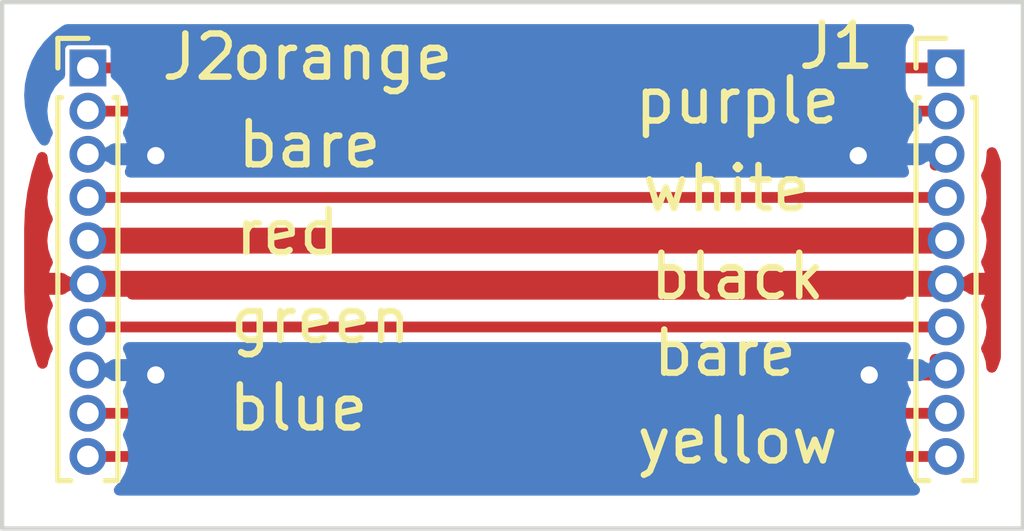
<source format=kicad_pcb>
(kicad_pcb (version 20211014) (generator pcbnew)
  (layers (0 "F.Cu" signal) (31 "B.Cu" signal) (36 "B.SilkS" user "B.Silkscreen") (37 "F.SilkS" user "F.Silkscreen") (38 "B.Mask" user) (39 "F.Mask" user) (44 "Edge.Cuts" user))
  (net 0 "")
  (net 1 "/SSTX+ orange")
  (net 2 "/SSTX- purple")
  (net 3 "/SS shield - bare")
  (net 4 "/D-  white")
  (net 5 "/Vbus  red")
  (net 6 "/GND  black")
  (net 7 "/D+  green")
  (net 8 "/SSshield  bare")
  (net 9 "/SSRX-  blue")
  (net 10 "/SSRX+  yellow")
  (footprint "Connector_PinHeader_1.00mm:PinHeader_1x10_P1.00mm_Vertical" (layer "F.Cu") (at 120.65 67.31)
    (fp_text reference "J1" (at -2.54 -0.508) (layer "F.SilkS"))
    (fp_text value "receptacle")
    (fp_line (start 0.695 0.685) (end 0.695 9.56) (layer "F.SilkS") (width 0.12))
    (fp_line (start 0.394493 9.56) (end 0.695 9.56) (layer "F.SilkS") (width 0.12))
    (fp_line (start -0.695 -0.685) (end 0 -0.685) (layer "F.SilkS") (width 0.12))
    (fp_line (start -0.695 0) (end -0.695 -0.685) (layer "F.SilkS") (width 0.12))
    (fp_line (start 0.608276 0.685) (end 0.695 0.685) (layer "F.SilkS") (width 0.12))
    (fp_line (start -0.695 0.685) (end -0.695 9.56) (layer "F.SilkS") (width 0.12))
    (fp_line (start -0.695 9.56) (end -0.394493 9.56) (layer "F.SilkS") (width 0.12))
    (fp_line (start -0.695 0.685) (end -0.608276 0.685) (layer "F.SilkS") (width 0.12))
    (pad "1" thru_hole rect (at 0 0) (size 0.85 0.85) (drill 0.5) (layers *.Cu *.Mask) (net 1 "/SSTX+ orange"))
    (pad "2" thru_hole oval (at 0 1) (size 0.85 0.85) (drill 0.5) (layers *.Cu *.Mask) (net 2 "/SSTX- purple") (clearance 0.14))
    (pad "3" thru_hole oval (at 0 2) (size 0.85 0.85) (drill 0.5) (layers *.Cu *.Mask) (net 3 "/SS shield - bare"))
    (pad "4" thru_hole oval (at 0 3) (size 0.85 0.85) (drill 0.5) (layers *.Cu *.Mask) (net 4 "/D-  white"))
    (pad "5" thru_hole oval (at 0 4) (size 0.85 0.85) (drill 0.5) (layers *.Cu *.Mask) (net 5 "/Vbus  red"))
    (pad "6" thru_hole oval (at 0 5) (size 0.85 0.85) (drill 0.5) (layers *.Cu *.Mask) (net 6 "/GND  black"))
    (pad "7" thru_hole oval (at 0 6) (size 0.85 0.85) (drill 0.5) (layers *.Cu *.Mask) (net 7 "/D+  green"))
    (pad "8" thru_hole oval (at 0 7) (size 0.85 0.85) (drill 0.5) (layers *.Cu *.Mask) (net 8 "/SSshield  bare"))
    (pad "9" thru_hole oval (at 0 8) (size 0.85 0.85) (drill 0.5) (layers *.Cu *.Mask) (net 9 "/SSRX-  blue"))
    (pad "10" thru_hole oval (at 0 9) (size 0.85 0.85) (drill 0.5) (layers *.Cu *.Mask) (net 10 "/SSRX+  yellow"))
  )
  (footprint "Connector_PinHeader_1.00mm:PinHeader_1x10_P1.00mm_Vertical" (layer "F.Cu") (at 100.79 67.31)
    (fp_text reference "J2" (at 2.588 -0.254) (layer "F.SilkS"))
    (fp_text value "plug")
    (fp_line (start -0.695 9.56) (end -0.394493 9.56) (layer "F.SilkS") (width 0.12))
    (fp_line (start 0.394493 9.56) (end 0.695 9.56) (layer "F.SilkS") (width 0.12))
    (fp_line (start 0.695 0.685) (end 0.695 9.56) (layer "F.SilkS") (width 0.12))
    (fp_line (start -0.695 -0.685) (end 0 -0.685) (layer "F.SilkS") (width 0.12))
    (fp_line (start -0.695 0.685) (end -0.608276 0.685) (layer "F.SilkS") (width 0.12))
    (fp_line (start -0.695 0) (end -0.695 -0.685) (layer "F.SilkS") (width 0.12))
    (fp_line (start -0.695 0.685) (end -0.695 9.56) (layer "F.SilkS") (width 0.12))
    (fp_line (start 0.608276 0.685) (end 0.695 0.685) (layer "F.SilkS") (width 0.12))
    (pad "1" thru_hole rect (at 0 0) (size 0.85 0.85) (drill 0.5) (layers *.Cu *.Mask) (net 1 "/SSTX+ orange") (clearance 0.1))
    (pad "2" thru_hole oval (at 0 1) (size 0.85 0.85) (drill 0.5) (layers *.Cu *.Mask) (net 2 "/SSTX- purple"))
    (pad "3" thru_hole oval (at 0 2) (size 0.85 0.85) (drill 0.5) (layers *.Cu *.Mask) (net 3 "/SS shield - bare"))
    (pad "4" thru_hole oval (at 0 3) (size 0.85 0.85) (drill 0.5) (layers *.Cu *.Mask) (net 4 "/D-  white"))
    (pad "5" thru_hole oval (at 0 4) (size 0.85 0.85) (drill 0.5) (layers *.Cu *.Mask) (net 5 "/Vbus  red"))
    (pad "6" thru_hole oval (at 0 5) (size 0.85 0.85) (drill 0.5) (layers *.Cu *.Mask) (net 6 "/GND  black"))
    (pad "7" thru_hole oval (at 0 6) (size 0.85 0.85) (drill 0.5) (layers *.Cu *.Mask) (net 7 "/D+  green"))
    (pad "8" thru_hole oval (at 0 7) (size 0.85 0.85) (drill 0.5) (layers *.Cu *.Mask) (net 8 "/SSshield  bare"))
    (pad "9" thru_hole oval (at 0 8) (size 0.85 0.85) (drill 0.5) (layers *.Cu *.Mask) (net 9 "/SSRX-  blue"))
    (pad "10" thru_hole oval (at 0 9) (size 0.85 0.85) (drill 0.5) (layers *.Cu *.Mask) (net 10 "/SSRX+  yellow"))
  )
  (gr_poly (pts (xy 122.428 77.978) (xy 98.806 77.978) (xy 98.806 65.786) (xy 122.428 65.786)) (layer "Edge.Cuts") (width 0.1) (fill none))
  (gr_text "yellow" (at 115.824 75.946) (layer "F.SilkS") (effects (font (size 1 1))))
  (gr_text "orange" (at 106.68 67.056) (layer "F.SilkS") (effects (font (size 1 1))))
  (gr_text "black" (at 115.824 72.136) (layer "F.SilkS") (effects (font (size 1 1))))
  (gr_text "blue\n" (at 105.664 75.184) (layer "F.SilkS") (effects (font (size 1 1))))
  (gr_text "red" (at 105.41 71.12) (layer "F.SilkS") (effects (font (size 1 1))))
  (gr_text "purple" (at 115.824 68.072) (layer "F.SilkS") (effects (font (size 1 1))))
  (gr_text "bare" (at 113.792 73.914) (layer "F.SilkS") (effects (font (size 1 1)) (justify left)))
  (gr_text "white" (at 115.57 70.104) (layer "F.SilkS") (effects (font (size 1 1))))
  (gr_text "bare" (at 105.918 69.088) (layer "F.SilkS") (effects (font (size 1 1))))
  (gr_text "green" (at 106.172 73.152) (layer "F.SilkS") (effects (font (size 1 1))))
  (segment (start 100.79 67.31) (end 120.65 67.31) (width 0.25) (layer "F.Cu") (net 1))
  (segment (start 120.634 68.31) (end 120.65 68.326) (width 0.25) (layer "F.Cu") (net 2))
  (segment (start 120.63 68.56) (end 120.65 68.56) (width 0.25) (layer "F.Cu") (net 2))
  (segment (start 120.4 68.33) (end 120.63 68.56) (width 0.25) (layer "F.Cu") (net 2))
  (segment (start 100.79 68.31) (end 120.634 68.31) (width 0.25) (layer "F.Cu") (net 2))
  (segment (start 120.4 68.31) (end 120.4 68.33) (width 0.25) (layer "F.Cu") (net 2))
  (segment (start 120.4 69.56) (end 120.65 69.56) (width 0.25) (layer "F.Cu") (net 3))
  (segment (start 120.4 69.31) (end 120.4 69.56) (width 0.25) (layer "F.Cu") (net 3))
  (segment (start 118.618 69.342) (end 120.65 69.342) (width 0.25) (layer "F.Cu") (net 3))
  (segment (start 102.33 69.31) (end 102.362 69.342) (width 0.25) (layer "F.Cu") (net 3))
  (segment (start 120.618 69.31) (end 120.65 69.342) (width 0.25) (layer "F.Cu") (net 3))
  (segment (start 100.79 69.31) (end 102.33 69.31) (width 0.25) (layer "F.Cu") (net 3))
  (via (at 102.362 69.342) (size 0.8) (drill 0.4) (layers "F.Cu" "B.Cu") (net 3))
  (via (at 118.618 69.342) (size 0.8) (drill 0.4) (layers "F.Cu" "B.Cu") (net 3))
  (segment (start 102.362 69.342) (end 118.618 69.342) (width 0.5) (layer "B.Cu") (net 3))
  (segment (start 100.79 70.31) (end 120.602 70.31) (width 0.25) (layer "F.Cu") (net 4))
  (segment (start 120.602 70.31) (end 120.65 70.358) (width 0.25) (layer "F.Cu") (net 4))
  (segment (start 120.46 71.31) (end 120.65 71.12) (width 0.25) (layer "F.Cu") (net 5))
  (segment (start 100.79 71.31) (end 120.586 71.31) (width 0.6) (layer "F.Cu") (net 5))
  (segment (start 120.586 71.31) (end 120.65 71.374) (width 0.25) (layer "F.Cu") (net 5))
  (segment (start 100.79 72.31) (end 120.57 72.31) (width 0.6) (layer "F.Cu") (net 6))
  (segment (start 120.57 72.31) (end 120.65 72.39) (width 0.25) (layer "F.Cu") (net 6))
  (segment (start 100.79 73.31) (end 120.554 73.31) (width 0.25) (layer "F.Cu") (net 7))
  (segment (start 120.4 73.31) (end 120.4 73.41) (width 0.25) (layer "F.Cu") (net 7))
  (segment (start 120.55 73.56) (end 120.65 73.56) (width 0.25) (layer "F.Cu") (net 7))
  (segment (start 120.554 73.31) (end 120.65 73.406) (width 0.25) (layer "F.Cu") (net 7))
  (segment (start 120.4 73.41) (end 120.55 73.56) (width 0.25) (layer "F.Cu") (net 7))
  (segment (start 102.25 74.31) (end 102.362 74.422) (width 0.25) (layer "F.Cu") (net 8))
  (segment (start 100.79 74.31) (end 102.25 74.31) (width 0.25) (layer "F.Cu") (net 8))
  (segment (start 120.508 74.31) (end 120.65 74.168) (width 0.25) (layer "F.Cu") (net 8))
  (segment (start 120.4 74.31) (end 120.4 74.06) (width 0.25) (layer "F.Cu") (net 8))
  (segment (start 118.872 74.422) (end 120.65 74.422) (width 0.25) (layer "F.Cu") (net 8))
  (segment (start 120.4 74.06) (end 120.65 74.06) (width 0.25) (layer "F.Cu") (net 8))
  (via (at 118.872 74.422) (size 0.8) (drill 0.4) (layers "F.Cu" "B.Cu") (net 8))
  (via (at 102.362 74.422) (size 0.8) (drill 0.4) (layers "F.Cu" "B.Cu") (net 8))
  (segment (start 102.362 74.422) (end 118.872 74.422) (width 0.5) (layer "B.Cu") (net 8))
  (segment (start 120.4 75.18) (end 120.52 75.06) (width 0.25) (layer "F.Cu") (net 9))
  (segment (start 120.52 75.06) (end 120.65 75.06) (width 0.25) (layer "F.Cu") (net 9))
  (segment (start 100.79 75.31) (end 120.524 75.31) (width 0.25) (layer "F.Cu") (net 9))
  (segment (start 120.524 75.31) (end 120.65 75.184) (width 0.25) (layer "F.Cu") (net 9))
  (segment (start 120.4 75.31) (end 120.4 75.18) (width 0.25) (layer "F.Cu") (net 9))
  (segment (start 120.54 76.31) (end 120.65 76.2) (width 0.25) (layer "F.Cu") (net 10))
  (segment (start 100.79 76.31) (end 120.54 76.31) (width 0.25) (layer "F.Cu") (net 10))
  (zone (net 6) (net_name "/GND  black") (layer "F.Cu") (connect_pads (clearance 0.508)) (min_thickness 0.254) (fill yes (thermal_gap 0.508) (thermal_bridge_width 0.508) (smoothing fillet) (radius 5))
    (polygon (pts (xy 122.174 77.47) (xy 99.314 77.47) (xy 99.314 66.04) (xy 122.174 66.04)))
  )
  (zone (net 3) (net_name "/SS shield - bare") (layer "B.Cu") (connect_pads (clearance 0.508)) (min_thickness 0.254) (fill yes (thermal_gap 0.508) (thermal_bridge_width 0.508) (smoothing fillet) (radius 5))
    (polygon (pts (xy 121.666 69.85) (xy 99.314 69.85) (xy 99.314 66.04) (xy 121.666 66.04)))
  )
  (zone (net 8) (net_name "/SSshield  bare") (layer "B.Cu") (connect_pads (clearance 0.508)) (min_thickness 0.254) (fill yes (thermal_gap 0.508) (thermal_bridge_width 0.508) (smoothing fillet) (radius 5))
    (polygon (pts (xy 121.666 77.216) (xy 99.314 77.216) (xy 99.314 73.66) (xy 121.666 73.66)))
  )
)
</source>
